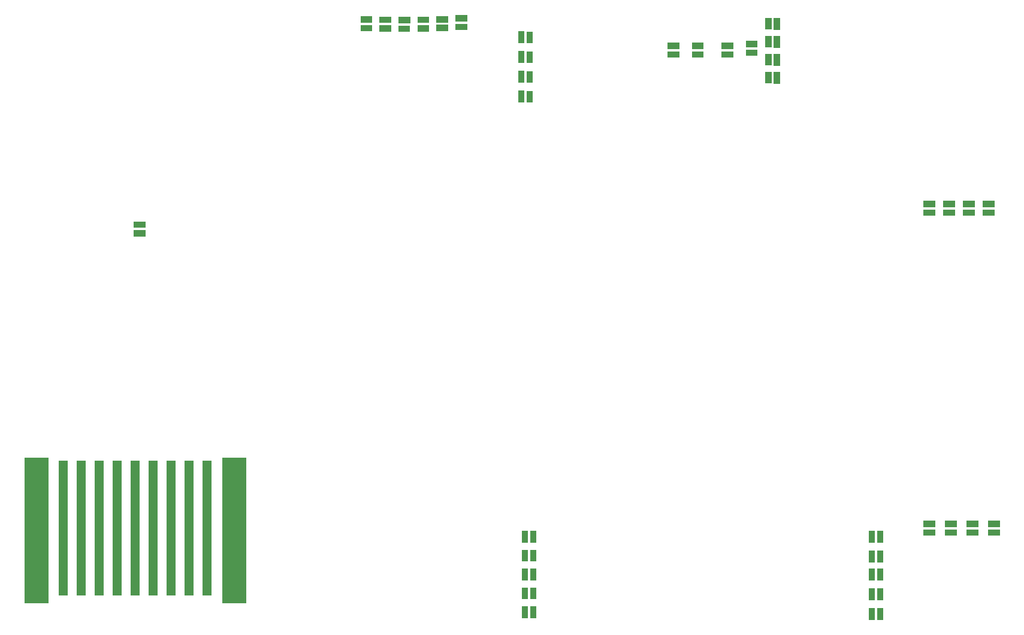
<source format=gbr>
G04 start of page 10 for group -4015 idx -4015 *
G04 Title: controlboard_2.3, toppaste *
G04 Creator: pcb.exe 20130205 *
G04 CreationDate: 26.2.2018 13.50.51 UTC *
G04 Format: Gerber/RS-274X *
G04 PCB-Dimensions (mm): 183.00 105.00 *
G04 PCB-Coordinate-Origin: lower left *
%MOMM*%
%FSLAX43Y43*%
%LNTOPPASTE*%
%ADD1136R,1.270X1.270*%
%ADD1135R,3.429X3.429*%
%ADD1134R,0.889X0.889*%
G54D1134*X131276Y86302D02*X132038D01*
X131263Y85093D02*X132025D01*
X134705Y86302D02*X135467D01*
X134692Y85093D02*X135454D01*
X138896Y86302D02*X139658D01*
X138883Y85093D02*X139645D01*
X142325Y86556D02*X143087D01*
X142312Y85347D02*X143074D01*
X175810Y62738D02*X176572D01*
X175823Y63947D02*X176585D01*
X173016Y62738D02*X173778D01*
X173029Y63947D02*X173791D01*
X170222Y62738D02*X170984D01*
X170235Y63947D02*X170997D01*
X167428Y62738D02*X168190D01*
X167441Y63947D02*X168203D01*
X176572Y17526D02*X177334D01*
X176585Y18735D02*X177347D01*
X173524Y17526D02*X174286D01*
X173537Y18735D02*X174299D01*
X170476Y17526D02*X171238D01*
X170489Y18735D02*X171251D01*
X167428Y17526D02*X168190D01*
X167441Y18735D02*X168203D01*
X159668Y6406D02*Y5644D01*
X160877Y6393D02*Y5631D01*
X159668Y9200D02*Y8438D01*
X160877Y9187D02*Y8425D01*
X159668Y11994D02*Y11232D01*
X160877Y11981D02*Y11219D01*
X159668Y14534D02*Y13772D01*
X160877Y14521D02*Y13759D01*
X159668Y17328D02*Y16566D01*
X160877Y17315D02*Y16553D01*
X110646Y6660D02*Y5898D01*
X111855Y6647D02*Y5885D01*
X110646Y9327D02*Y8565D01*
X111855Y9314D02*Y8552D01*
X110646Y11994D02*Y11232D01*
X111855Y11981D02*Y11219D01*
X110646Y14661D02*Y13899D01*
X111855Y14648D02*Y13886D01*
X110646Y17328D02*Y16566D01*
X111855Y17315D02*Y16553D01*
X146275Y89802D02*Y89040D01*
X145066Y89815D02*Y89053D01*
X146275Y82182D02*Y81420D01*
X145066Y82195D02*Y81433D01*
X146275Y84722D02*Y83960D01*
X145066Y84735D02*Y83973D01*
X146275Y87262D02*Y86500D01*
X145066Y87275D02*Y86513D01*
X101318Y90213D02*X102080D01*
X101305Y89003D02*X102067D01*
X98617Y90062D02*X99379D01*
X98605Y88852D02*X99367D01*
X87905Y90023D02*X88667D01*
X87892Y88814D02*X88654D01*
X90573Y89995D02*X91335D01*
X90561Y88786D02*X91323D01*
X95951Y89999D02*X96713D01*
X95938Y88789D02*X96700D01*
X93252Y89953D02*X94014D01*
X93239Y88743D02*X94001D01*
X111350Y87897D02*Y87135D01*
X110141Y87910D02*Y87148D01*
X111350Y82309D02*Y81547D01*
X110141Y82322D02*Y81560D01*
X111350Y79515D02*Y78753D01*
X110141Y79528D02*Y78766D01*
X111350Y85103D02*Y84341D01*
X110141Y85116D02*Y84354D01*
G54D1135*X69596Y26387D02*Y9242D01*
G54D1136*X53086Y27022D02*Y9242D01*
X58166Y27022D02*Y9242D01*
X50546Y27022D02*Y9242D01*
X55626Y27022D02*Y9242D01*
G54D1135*X41656Y26387D02*Y9242D01*
G54D1136*X45466Y27022D02*Y9242D01*
X60706Y27022D02*Y9242D01*
X63246Y27022D02*Y9242D01*
X48006Y27022D02*Y9242D01*
X65786Y27022D02*Y9242D01*
G54D1134*X55838Y61029D02*X56600D01*
X55825Y59820D02*X56587D01*
M02*

</source>
